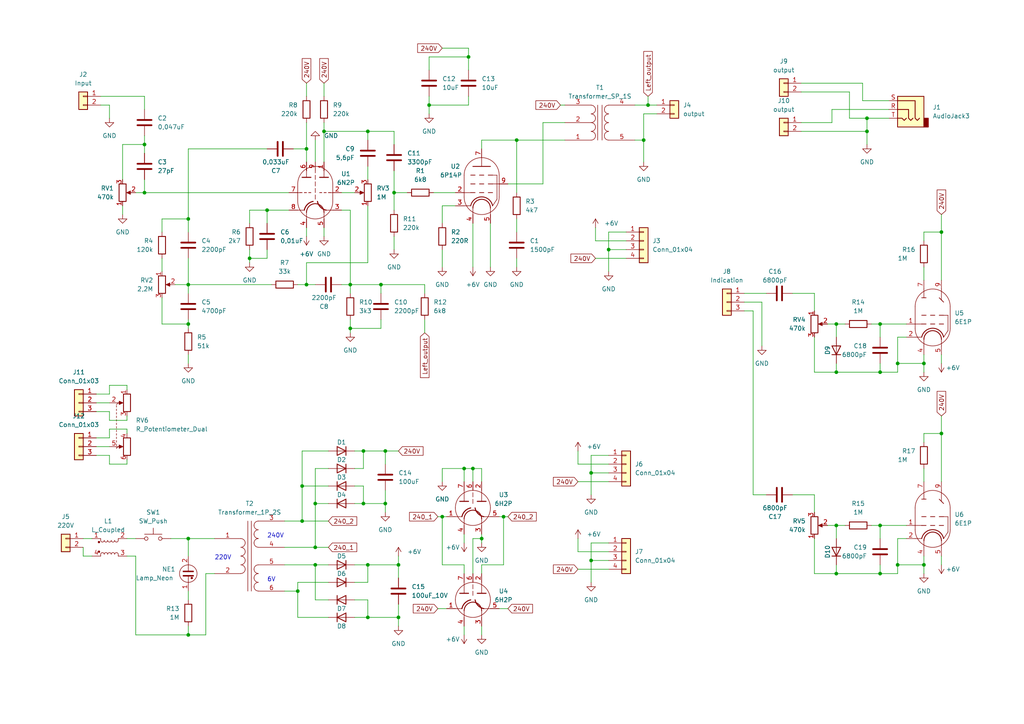
<source format=kicad_sch>
(kicad_sch (version 20211123) (generator eeschema)
  (paper "A4")
  (lib_symbols
    (symbol "6H2P_1" (pin_names (offset 0))
      (property "Reference" "U3" (at 8.89 1.0414 0))
      (property "Value" "6H2P_1" (at 8.89 -1.4986 0))
      (symbol "6H2P_1_1_1"
        (pin input line (at -7.62 -2.54 0) (length 2.54) (name "") (number "1"))
        (pin output line (at 2.54 7.62 270) (length 2.54) (name "") (number "2"))
        (pin input line (at 2.54 -7.62 90) (length 2.54) (name "") (number "3"))
        (pin input line (at -2.54 -7.62 90) (length 2.54) (name "") (number "4"))
        (pin input line (at 7.62 -2.54 180) (length 2.54) (name "") (number "5"))
        (pin input line (at 0 7.62 270) (length 2.54) (name "") (number "6"))
        (pin output line (at -2.54 7.62 270) (length 2.54) (name "") (number "7"))
      )
    )
    (symbol "Connector:AudioJack3"
      (property "Reference" "J" (at 0 8.89 0))
      (property "Value" "AudioJack3" (at 0 6.35 0))
      (symbol "AudioJack3_1_1"
        (pin passive line (at 5.08 0 180) (length 2.54) (name "~") (number "R"))
        (pin passive line (at 5.08 2.54 180) (length 2.54) (name "~") (number "S"))
        (pin passive line (at 5.08 -2.54 180) (length 2.54) (name "~") (number "T"))
      )
    )
    (symbol "Connector_Generic:Conn_01x02" (pin_names (offset 1.016) hide)
      (property "Reference" "J" (at 0 2.54 0))
      (property "Value" "Conn_01x02" (at 0 -5.08 0))
      (symbol "Conn_01x02_1_1"
        (pin passive line (at -5.08 0 0) (length 3.81) (name "Pin_1") (number "1"))
        (pin passive line (at -5.08 -2.54 0) (length 3.81) (name "Pin_2") (number "2"))
      )
    )
    (symbol "Connector_Generic:Conn_01x03" (pin_names (offset 1.016) hide)
      (property "Reference" "J" (at 0 5.08 0))
      (property "Value" "Conn_01x03" (at 0 -5.08 0))
      (symbol "Conn_01x03_1_1"
        (pin passive line (at -5.08 2.54 0) (length 3.81) (name "Pin_1") (number "1"))
        (pin passive line (at -5.08 0 0) (length 3.81) (name "Pin_2") (number "2"))
        (pin passive line (at -5.08 -2.54 0) (length 3.81) (name "Pin_3") (number "3"))
      )
    )
    (symbol "Connector_Generic:Conn_01x04" (pin_names (offset 1.016) hide)
      (property "Reference" "J" (at 0 5.08 0))
      (property "Value" "Conn_01x04" (at 0 -7.62 0))
      (symbol "Conn_01x04_1_1"
        (pin passive line (at -5.08 2.54 0) (length 3.81) (name "Pin_1") (number "1"))
        (pin passive line (at -5.08 0 0) (length 3.81) (name "Pin_2") (number "2"))
        (pin passive line (at -5.08 -2.54 0) (length 3.81) (name "Pin_3") (number "3"))
        (pin passive line (at -5.08 -5.08 0) (length 3.81) (name "Pin_4") (number "4"))
      )
    )
    (symbol "Device:C" (pin_numbers hide) (pin_names (offset 0.254))
      (property "Reference" "C" (at 0.635 2.54 0))
      (property "Value" "C" (at 0.635 -2.54 0))
      (symbol "C_1_1"
        (pin passive line (at 0 3.81 270) (length 2.794) (name "~") (number "1"))
        (pin passive line (at 0 -3.81 90) (length 2.794) (name "~") (number "2"))
      )
    )
    (symbol "Device:D" (pin_numbers hide) (pin_names (offset 1.016) hide)
      (property "Reference" "D" (at 0 2.54 0))
      (property "Value" "D" (at 0 -2.54 0))
      (symbol "D_1_1"
        (pin passive line (at -3.81 0 0) (length 2.54) (name "K") (number "1"))
        (pin passive line (at 3.81 0 180) (length 2.54) (name "A") (number "2"))
      )
    )
    (symbol "Device:Lamp_Neon" (pin_names (offset 0.0254) hide)
      (property "Reference" "NE" (at 0.635 3.81 0))
      (property "Value" "Lamp_Neon" (at 0.635 -3.81 0))
      (symbol "Lamp_Neon_1_1"
        (pin passive line (at 0 -5.08 90) (length 2.54) (name "~") (number "1"))
        (pin passive line (at 0 5.08 270) (length 2.54) (name "~") (number "2"))
      )
    )
    (symbol "Device:R" (pin_numbers hide) (pin_names (offset 0))
      (property "Reference" "R" (at 2.032 0 90))
      (property "Value" "R" (at 0 0 90))
      (symbol "R_1_1"
        (pin passive line (at 0 3.81 270) (length 1.27) (name "~") (number "1"))
        (pin passive line (at 0 -3.81 90) (length 1.27) (name "~") (number "2"))
      )
    )
    (symbol "Device:R_Potentiometer" (pin_names (offset 1.016) hide)
      (property "Reference" "RV" (at -4.445 0 90))
      (property "Value" "R_Potentiometer" (at -2.54 0 90))
      (symbol "R_Potentiometer_1_1"
        (pin passive line (at 0 3.81 270) (length 1.27) (name "1") (number "1"))
        (pin passive line (at 3.81 0 180) (length 1.27) (name "2") (number "2"))
        (pin passive line (at 0 -3.81 90) (length 1.27) (name "3") (number "3"))
      )
    )
    (symbol "Device:R_Potentiometer_Dual" (pin_names (offset 1.016) hide)
      (property "Reference" "RV" (at 0 3.81 0))
      (property "Value" "R_Potentiometer_Dual" (at 0 1.905 0))
      (symbol "R_Potentiometer_Dual_1_1"
        (pin passive line (at -10.16 -2.54 0) (length 1.27) (name "1") (number "1"))
        (pin passive line (at -6.35 2.54 270) (length 2.54) (name "2") (number "2"))
        (pin passive line (at -2.54 -2.54 180) (length 1.27) (name "3") (number "3"))
        (pin passive line (at 2.54 -2.54 0) (length 1.27) (name "4") (number "4"))
        (pin passive line (at 6.35 2.54 270) (length 2.54) (name "5") (number "5"))
        (pin passive line (at 10.16 -2.54 180) (length 1.27) (name "6") (number "6"))
      )
    )
    (symbol "Device:Transformer_1P_2S" (pin_names (offset 1.016) hide)
      (property "Reference" "T" (at 0 12.7 0))
      (property "Value" "Transformer_1P_2S" (at 0 -12.7 0))
      (symbol "Transformer_1P_2S_1_1"
        (pin passive line (at -10.16 5.08 0) (length 7.62) (name "AA") (number "1"))
        (pin passive line (at -10.16 -5.08 0) (length 7.62) (name "AB") (number "2"))
        (pin passive line (at 10.16 10.16 180) (length 7.62) (name "SA") (number "3"))
        (pin passive line (at 10.16 2.54 180) (length 7.62) (name "SB") (number "4"))
        (pin passive line (at 10.16 -2.54 180) (length 7.62) (name "SC") (number "5"))
        (pin passive line (at 10.16 -10.16 180) (length 7.62) (name "SD") (number "6"))
      )
    )
    (symbol "Device:Transformer_SP_1S" (pin_names (offset 1.016) hide)
      (property "Reference" "T" (at 0 6.35 0))
      (property "Value" "Transformer_SP_1S" (at 0 -7.62 0))
      (symbol "Transformer_SP_1S_1_1"
        (pin passive line (at -10.16 5.08 0) (length 7.62) (name "PR1") (number "1"))
        (pin passive line (at -10.16 0 0) (length 7.62) (name "PM") (number "2"))
        (pin passive line (at -10.16 -5.08 0) (length 7.62) (name "PR2") (number "3"))
        (pin passive line (at 10.16 -5.08 180) (length 7.62) (name "S1") (number "4"))
        (pin passive line (at 10.16 5.08 180) (length 7.62) (name "S2") (number "5"))
      )
    )
    (symbol "Switch:SW_Push" (pin_numbers hide) (pin_names (offset 1.016) hide)
      (property "Reference" "SW" (at 1.27 2.54 0))
      (property "Value" "SW_Push" (at 0 -1.524 0))
      (symbol "SW_Push_0_1"
        (pin passive line (at -5.08 0 0) (length 2.54) (name "1") (number "1"))
        (pin passive line (at 5.08 0 180) (length 2.54) (name "2") (number "2"))
      )
    )
    (symbol "power:+6V" (power) (pin_names (offset 0))
      (property "Value" "+6V" (at 0 3.556 0))
      (symbol "+6V_1_1"
        (pin power_in line (at 0 0 90) (length 0) hide (name "+6V") (number "1"))
      )
    )
    (symbol "power:GND" (power) (pin_names (offset 0))
      (property "Value" "GND" (at 0 -3.81 0))
      (symbol "GND_1_1"
        (pin power_in line (at 0 0 270) (length 0) hide (name "GND") (number "1"))
      )
    )
    (symbol "spdf1626:6E1P" (pin_names (offset 0))
      (property "Reference" "U?" (at 6.35 1.9051 0))
      (property "Value" "6E1P" (at 6.35 -0.6349 0))
      (symbol "6E1P_1_1"
        (pin input line (at -7.62 -1.27 0) (length 2.54) (name "") (number "1"))
        (pin input line (at -7.62 -5.08 0) (length 2.54) (name "") (number "2"))
        (pin input line (at -2.54 -10.16 90) (length 2.54) (name "") (number "4"))
        (pin input line (at 2.54 -10.16 90) (length 2.54) (name "") (number "5"))
        (pin output line (at -2.54 11.43 270) (length 2.54) (name "") (number "7"))
        (pin output line (at 2.54 11.43 270) (length 2.54) (name "") (number "9"))
      )
    )
    (symbol "spdf1626:6N2P" (pin_names (offset 0))
      (property "Reference" "U1" (at 8.89 5.4612 0))
      (property "Value" "6N2P" (at 8.89 2.9212 0))
      (symbol "6N2P_1_1"
        (pin output line (at 2.54 8.89 270) (length 2.54) (name "") (number "1"))
        (pin input line (at 7.62 0 180) (length 2.54) (name "") (number "2"))
        (pin input line (at 7.62 -5.08 180) (length 2.54) (name "") (number "3"))
        (pin input line (at -2.54 -10.16 90) (length 2.54) (name "") (number "4"))
        (pin input line (at 2.54 -10.16 90) (length 2.54) (name "") (number "5"))
        (pin output line (at -2.54 8.89 270) (length 2.54) (name "") (number "6"))
        (pin input line (at -7.62 0 0) (length 2.54) (name "") (number "7"))
        (pin input line (at -7.62 -5.08 0) (length 2.54) (name "") (number "8"))
        (pin input line (at 0 8.89 270) (length 2.54) (name "") (number "9"))
      )
    )
    (symbol "spdf1626:6P14P" (pin_names (offset 0))
      (property "Reference" "U?" (at 8.89 4.8514 0))
      (property "Value" "6P14P" (at 8.89 2.3114 0))
      (symbol "6P14P_1_1"
        (pin input line (at -7.62 -1.27 0) (length 2.54) (name "") (number "2"))
        (pin input line (at -7.62 -5.08 0) (length 2.54) (name "") (number "3"))
        (pin input line (at -2.54 -10.16 90) (length 2.54) (name "") (number "4"))
        (pin input line (at 2.54 -10.16 90) (length 2.54) (name "") (number "5"))
        (pin output line (at 0 11.43 270) (length 2.54) (name "") (number "7"))
        (pin input line (at 7.62 1.27 180) (length 2.54) (name "") (number "9"))
      )
    )
    (symbol "spdf1626:L_Coupled" (pin_names (offset 0.254) hide)
      (property "Reference" "L1" (at -0.381 7.62 0))
      (property "Value" "L_Coupled" (at -0.381 5.08 0))
      (symbol "L_Coupled_1_1"
        (pin passive line (at -5.08 2.54 0) (length 2.54) (name "1") (number "1"))
        (pin passive line (at 5.08 2.54 180) (length 2.54) (name "2") (number "2"))
        (pin passive line (at 5.08 -2.54 180) (length 2.54) (name "3") (number "3"))
        (pin passive line (at -5.08 -2.54 0) (length 2.54) (name "4") (number "4"))
      )
    )
  )
  (junction (at 242.57 166.37))
  (junction (at 255.27 107.95))
  (junction (at 115.57 163.83))
  (junction (at 88.9 43.18))
  (junction (at 260.35 105.41))
  (junction (at 91.44 146.05))
  (junction (at 114.3 55.88))
  (junction (at 267.97 163.83))
  (junction (at 54.61 82.55))
  (junction (at 41.91 55.88))
  (junction (at 54.61 93.98))
  (junction (at 135.89 16.51))
  (junction (at 87.63 151.13))
  (junction (at 187.96 30.48))
  (junction (at 242.57 93.98))
  (junction (at 110.49 82.55))
  (junction (at 54.61 184.15))
  (junction (at 91.44 163.83))
  (junction (at 242.57 107.95))
  (junction (at 54.61 156.21))
  (junction (at 267.97 105.41))
  (junction (at 255.27 152.4))
  (junction (at 93.98 38.1))
  (junction (at 106.68 179.07))
  (junction (at 186.69 40.64))
  (junction (at 77.47 60.96))
  (junction (at 260.35 163.83))
  (junction (at 273.05 125.73))
  (junction (at 87.63 140.97))
  (junction (at 101.6 82.55))
  (junction (at 251.46 38.1))
  (junction (at 105.41 146.05))
  (junction (at 111.76 130.81))
  (junction (at 139.7 156.21))
  (junction (at 255.27 93.98))
  (junction (at 72.39 74.93))
  (junction (at 111.76 146.05))
  (junction (at 176.53 72.39))
  (junction (at 255.27 166.37))
  (junction (at 137.16 135.89))
  (junction (at 242.57 152.4))
  (junction (at 86.36 171.45))
  (junction (at 101.6 95.25))
  (junction (at 91.44 158.75))
  (junction (at 171.45 137.16))
  (junction (at 146.05 149.86))
  (junction (at 134.62 135.89))
  (junction (at 41.91 41.91))
  (junction (at 106.68 38.1))
  (junction (at 124.46 30.48))
  (junction (at 128.27 149.86))
  (junction (at 105.41 130.81))
  (junction (at 273.05 67.31))
  (junction (at 106.68 163.83))
  (junction (at 171.45 162.56))
  (junction (at 115.57 179.07))
  (junction (at 88.9 82.55))
  (junction (at 54.61 63.5))
  (junction (at 149.86 40.64))
  (junction (at 251.46 34.29))
  (wire (pts (xy 39.37 184.15) (xy 39.37 161.29)))
  (wire (pts (xy 114.3 60.96) (xy 114.3 55.88)))
  (wire (pts (xy 106.68 48.26) (xy 106.68 52.07)))
  (wire (pts (xy 54.61 156.21) (xy 62.23 156.21)))
  (wire (pts (xy 187.96 27.94) (xy 187.96 30.48)))
  (wire (pts (xy 267.97 105.41) (xy 260.35 105.41)))
  (wire (pts (xy 29.21 30.48) (xy 31.75 30.48)))
  (wire (pts (xy 147.32 53.34) (xy 157.48 53.34)))
  (wire (pts (xy 176.53 72.39) (xy 181.61 72.39)))
  (wire (pts (xy 134.62 154.94) (xy 134.62 157.48)))
  (wire (pts (xy 46.99 74.93) (xy 46.99 78.74)))
  (wire (pts (xy 86.36 82.55) (xy 88.9 82.55)))
  (wire (pts (xy 88.9 66.04) (xy 88.9 68.58)))
  (wire (pts (xy 36.83 134.62) (xy 36.83 133.35)))
  (wire (pts (xy 54.61 43.18) (xy 77.47 43.18)))
  (wire (pts (xy 31.75 114.3) (xy 31.75 111.76)))
  (wire (pts (xy 128.27 139.7) (xy 128.27 135.89)))
  (wire (pts (xy 91.44 146.05) (xy 95.25 146.05)))
  (wire (pts (xy 257.81 34.29) (xy 251.46 34.29)))
  (wire (pts (xy 31.75 30.48) (xy 31.75 34.29)))
  (wire (pts (xy 171.45 143.51) (xy 171.45 137.16)))
  (wire (pts (xy 139.7 156.21) (xy 139.7 157.48)))
  (wire (pts (xy 167.64 139.7) (xy 176.53 139.7)))
  (wire (pts (xy 218.44 90.17) (xy 218.44 143.51)))
  (wire (pts (xy 171.45 137.16) (xy 171.45 132.08)))
  (wire (pts (xy 171.45 168.91) (xy 171.45 162.56)))
  (wire (pts (xy 95.25 135.89) (xy 91.44 135.89)))
  (wire (pts (xy 115.57 163.83) (xy 115.57 167.64)))
  (wire (pts (xy 215.9 87.63) (xy 220.98 87.63)))
  (wire (pts (xy 101.6 95.25) (xy 110.49 95.25)))
  (wire (pts (xy 236.22 143.51) (xy 229.87 143.51)))
  (wire (pts (xy 257.81 29.21) (xy 250.19 29.21)))
  (wire (pts (xy 101.6 82.55) (xy 101.6 60.96)))
  (wire (pts (xy 157.48 35.56) (xy 157.48 53.34)))
  (wire (pts (xy 273.05 125.73) (xy 273.05 120.65)))
  (wire (pts (xy 176.53 160.02) (xy 167.64 160.02)))
  (wire (pts (xy 46.99 63.5) (xy 54.61 63.5)))
  (wire (pts (xy 149.86 40.64) (xy 139.7 40.64)))
  (wire (pts (xy 144.78 176.53) (xy 147.32 176.53)))
  (wire (pts (xy 267.97 102.87) (xy 267.97 105.41)))
  (wire (pts (xy 144.78 149.86) (xy 146.05 149.86)))
  (wire (pts (xy 46.99 67.31) (xy 46.99 63.5)))
  (wire (pts (xy 242.57 152.4) (xy 242.57 156.21)))
  (wire (pts (xy 171.45 132.08) (xy 176.53 132.08)))
  (wire (pts (xy 267.97 163.83) (xy 267.97 166.37)))
  (wire (pts (xy 251.46 38.1) (xy 251.46 41.91)))
  (wire (pts (xy 246.38 26.67) (xy 246.38 34.29)))
  (wire (pts (xy 41.91 55.88) (xy 83.82 55.88)))
  (wire (pts (xy 83.82 60.96) (xy 77.47 60.96)))
  (wire (pts (xy 91.44 135.89) (xy 91.44 146.05)))
  (wire (pts (xy 242.57 93.98) (xy 245.11 93.98)))
  (wire (pts (xy 241.3 35.56) (xy 241.3 31.75)))
  (wire (pts (xy 236.22 85.09) (xy 229.87 85.09)))
  (wire (pts (xy 78.74 82.55) (xy 54.61 82.55)))
  (wire (pts (xy 59.69 184.15) (xy 54.61 184.15)))
  (wire (pts (xy 87.63 140.97) (xy 87.63 151.13)))
  (wire (pts (xy 27.94 127) (xy 31.75 127)))
  (wire (pts (xy 35.56 52.07) (xy 35.56 41.91)))
  (wire (pts (xy 139.7 135.89) (xy 137.16 135.89)))
  (wire (pts (xy 273.05 67.31) (xy 273.05 62.23)))
  (wire (pts (xy 41.91 55.88) (xy 39.37 55.88)))
  (wire (pts (xy 236.22 156.21) (xy 236.22 166.37)))
  (wire (pts (xy 106.68 179.07) (xy 115.57 179.07)))
  (wire (pts (xy 124.46 20.32) (xy 124.46 16.51)))
  (wire (pts (xy 72.39 72.39) (xy 72.39 74.93)))
  (wire (pts (xy 88.9 35.56) (xy 88.9 43.18)))
  (wire (pts (xy 114.3 55.88) (xy 118.11 55.88)))
  (wire (pts (xy 54.61 102.87) (xy 54.61 105.41)))
  (wire (pts (xy 105.41 140.97) (xy 105.41 146.05)))
  (wire (pts (xy 252.73 152.4) (xy 255.27 152.4)))
  (wire (pts (xy 114.3 68.58) (xy 114.3 72.39)))
  (wire (pts (xy 77.47 60.96) (xy 72.39 60.96)))
  (wire (pts (xy 267.97 105.41) (xy 267.97 107.95)))
  (wire (pts (xy 87.63 130.81) (xy 95.25 130.81)))
  (wire (pts (xy 255.27 163.83) (xy 255.27 166.37)))
  (wire (pts (xy 218.44 143.51) (xy 222.25 143.51)))
  (wire (pts (xy 39.37 161.29) (xy 36.83 161.29)))
  (wire (pts (xy 240.03 152.4) (xy 242.57 152.4)))
  (wire (pts (xy 85.09 43.18) (xy 88.9 43.18)))
  (wire (pts (xy 54.61 184.15) (xy 39.37 184.15)))
  (wire (pts (xy 95.25 140.97) (xy 87.63 140.97)))
  (wire (pts (xy 255.27 107.95) (xy 260.35 107.95)))
  (wire (pts (xy 86.36 168.91) (xy 95.25 168.91)))
  (wire (pts (xy 110.49 85.09) (xy 110.49 82.55)))
  (wire (pts (xy 139.7 40.64) (xy 139.7 43.18)))
  (wire (pts (xy 135.89 30.48) (xy 124.46 30.48)))
  (wire (pts (xy 93.98 24.13) (xy 93.98 27.94)))
  (wire (pts (xy 50.8 82.55) (xy 54.61 82.55)))
  (wire (pts (xy 88.9 43.18) (xy 88.9 46.99)))
  (wire (pts (xy 128.27 64.77) (xy 128.27 59.69)))
  (wire (pts (xy 106.68 163.83) (xy 102.87 163.83)))
  (wire (pts (xy 114.3 49.53) (xy 114.3 55.88)))
  (wire (pts (xy 137.16 64.77) (xy 137.16 77.47)))
  (wire (pts (xy 172.72 69.85) (xy 172.72 66.04)))
  (wire (pts (xy 236.22 97.79) (xy 236.22 107.95)))
  (wire (pts (xy 250.19 24.13) (xy 232.41 24.13)))
  (wire (pts (xy 128.27 13.97) (xy 135.89 13.97)))
  (wire (pts (xy 91.44 163.83) (xy 82.55 163.83)))
  (wire (pts (xy 135.89 13.97) (xy 135.89 16.51)))
  (wire (pts (xy 35.56 59.69) (xy 35.56 62.23)))
  (wire (pts (xy 167.64 165.1) (xy 176.53 165.1)))
  (wire (pts (xy 77.47 74.93) (xy 77.47 72.39)))
  (wire (pts (xy 232.41 38.1) (xy 251.46 38.1)))
  (wire (pts (xy 99.06 82.55) (xy 101.6 82.55)))
  (wire (pts (xy 149.86 55.88) (xy 149.86 40.64)))
  (wire (pts (xy 27.94 132.08) (xy 31.75 132.08)))
  (wire (pts (xy 102.87 135.89) (xy 105.41 135.89)))
  (wire (pts (xy 267.97 128.27) (xy 267.97 125.73)))
  (wire (pts (xy 24.13 161.29) (xy 26.67 161.29)))
  (wire (pts (xy 41.91 52.07) (xy 41.91 55.88)))
  (wire (pts (xy 273.05 67.31) (xy 273.05 81.28)))
  (wire (pts (xy 236.22 90.17) (xy 236.22 85.09)))
  (wire (pts (xy 27.94 116.84) (xy 31.75 116.84)))
  (wire (pts (xy 105.41 146.05) (xy 111.76 146.05)))
  (wire (pts (xy 250.19 29.21) (xy 250.19 24.13)))
  (wire (pts (xy 72.39 74.93) (xy 77.47 74.93)))
  (wire (pts (xy 186.69 33.02) (xy 190.5 33.02)))
  (wire (pts (xy 176.53 134.62) (xy 167.64 134.62)))
  (wire (pts (xy 176.53 67.31) (xy 181.61 67.31)))
  (wire (pts (xy 236.22 166.37) (xy 242.57 166.37)))
  (wire (pts (xy 86.36 179.07) (xy 95.25 179.07)))
  (wire (pts (xy 267.97 125.73) (xy 273.05 125.73)))
  (wire (pts (xy 128.27 72.39) (xy 128.27 77.47)))
  (wire (pts (xy 242.57 93.98) (xy 242.57 97.79)))
  (wire (pts (xy 54.61 156.21) (xy 54.61 161.29)))
  (wire (pts (xy 260.35 107.95) (xy 260.35 105.41)))
  (wire (pts (xy 260.35 166.37) (xy 260.35 163.83)))
  (wire (pts (xy 115.57 175.26) (xy 115.57 179.07)))
  (wire (pts (xy 149.86 63.5) (xy 149.86 67.31)))
  (wire (pts (xy 176.53 72.39) (xy 176.53 67.31)))
  (wire (pts (xy 215.9 90.17) (xy 218.44 90.17)))
  (wire (pts (xy 31.75 127) (xy 31.75 124.46)))
  (wire (pts (xy 134.62 166.37) (xy 134.62 163.83)))
  (wire (pts (xy 31.75 119.38) (xy 27.94 119.38)))
  (wire (pts (xy 91.44 146.05) (xy 91.44 158.75)))
  (wire (pts (xy 31.75 121.92) (xy 31.75 119.38)))
  (wire (pts (xy 36.83 120.65) (xy 36.83 121.92)))
  (wire (pts (xy 260.35 105.41) (xy 260.35 97.79)))
  (wire (pts (xy 135.89 27.94) (xy 135.89 30.48)))
  (wire (pts (xy 36.83 124.46) (xy 36.83 125.73)))
  (wire (pts (xy 87.63 140.97) (xy 87.63 130.81)))
  (wire (pts (xy 106.68 38.1) (xy 114.3 38.1)))
  (wire (pts (xy 54.61 63.5) (xy 54.61 43.18)))
  (wire (pts (xy 267.97 135.89) (xy 267.97 139.7)))
  (wire (pts (xy 236.22 107.95) (xy 242.57 107.95)))
  (wire (pts (xy 124.46 27.94) (xy 124.46 30.48)))
  (wire (pts (xy 54.61 74.93) (xy 54.61 82.55)))
  (wire (pts (xy 106.68 173.99) (xy 106.68 179.07)))
  (wire (pts (xy 134.62 163.83) (xy 128.27 163.83)))
  (wire (pts (xy 135.89 16.51) (xy 135.89 20.32)))
  (wire (pts (xy 105.41 130.81) (xy 102.87 130.81)))
  (wire (pts (xy 273.05 125.73) (xy 273.05 139.7)))
  (wire (pts (xy 128.27 59.69) (xy 132.08 59.69)))
  (wire (pts (xy 31.75 124.46) (xy 36.83 124.46)))
  (wire (pts (xy 72.39 60.96) (xy 72.39 64.77)))
  (wire (pts (xy 146.05 149.86) (xy 146.05 163.83)))
  (wire (pts (xy 88.9 76.2) (xy 106.68 76.2)))
  (wire (pts (xy 187.96 30.48) (xy 190.5 30.48)))
  (wire (pts (xy 91.44 40.64) (xy 91.44 46.99)))
  (wire (pts (xy 149.86 40.64) (xy 163.83 40.64)))
  (wire (pts (xy 54.61 92.71) (xy 54.61 93.98)))
  (wire (pts (xy 35.56 41.91) (xy 41.91 41.91)))
  (wire (pts (xy 260.35 156.21) (xy 262.89 156.21)))
  (wire (pts (xy 236.22 148.59) (xy 236.22 143.51)))
  (wire (pts (xy 101.6 92.71) (xy 101.6 95.25)))
  (wire (pts (xy 106.68 168.91) (xy 106.68 163.83)))
  (wire (pts (xy 171.45 162.56) (xy 176.53 162.56)))
  (wire (pts (xy 146.05 149.86) (xy 147.32 149.86)))
  (wire (pts (xy 99.06 55.88) (xy 102.87 55.88)))
  (wire (pts (xy 59.69 166.37) (xy 59.69 184.15)))
  (wire (pts (xy 137.16 166.37) (xy 137.16 156.21)))
  (wire (pts (xy 171.45 157.48) (xy 176.53 157.48)))
  (wire (pts (xy 134.62 135.89) (xy 134.62 139.7)))
  (wire (pts (xy 88.9 24.13) (xy 88.9 27.94)))
  (wire (pts (xy 93.98 38.1) (xy 106.68 38.1)))
  (wire (pts (xy 87.63 151.13) (xy 95.25 151.13)))
  (wire (pts (xy 251.46 34.29) (xy 251.46 38.1)))
  (wire (pts (xy 186.69 40.64) (xy 186.69 46.99)))
  (wire (pts (xy 93.98 46.99) (xy 93.98 38.1)))
  (wire (pts (xy 172.72 74.93) (xy 181.61 74.93)))
  (wire (pts (xy 88.9 82.55) (xy 91.44 82.55)))
  (wire (pts (xy 111.76 146.05) (xy 111.76 148.59)))
  (wire (pts (xy 77.47 60.96) (xy 77.47 64.77)))
  (wire (pts (xy 115.57 161.29) (xy 115.57 163.83)))
  (wire (pts (xy 54.61 93.98) (xy 54.61 95.25)))
  (wire (pts (xy 111.76 130.81) (xy 115.57 130.81)))
  (wire (pts (xy 267.97 163.83) (xy 260.35 163.83)))
  (wire (pts (xy 232.41 35.56) (xy 241.3 35.56)))
  (wire (pts (xy 41.91 27.94) (xy 41.91 31.75)))
  (wire (pts (xy 171.45 162.56) (xy 171.45 157.48)))
  (wire (pts (xy 49.53 156.21) (xy 54.61 156.21)))
  (wire (pts (xy 137.16 156.21) (xy 139.7 156.21)))
  (wire (pts (xy 54.61 181.61) (xy 54.61 184.15)))
  (wire (pts (xy 232.41 26.67) (xy 246.38 26.67)))
  (wire (pts (xy 171.45 137.16) (xy 176.53 137.16)))
  (wire (pts (xy 111.76 142.24) (xy 111.76 146.05)))
  (wire (pts (xy 167.64 160.02) (xy 167.64 156.21)))
  (wire (pts (xy 220.98 87.63) (xy 220.98 100.33)))
  (wire (pts (xy 72.39 74.93) (xy 72.39 76.2)))
  (wire (pts (xy 31.75 134.62) (xy 36.83 134.62)))
  (wire (pts (xy 105.41 135.89) (xy 105.41 130.81)))
  (wire (pts (xy 255.27 105.41) (xy 255.27 107.95)))
  (wire (pts (xy 125.73 55.88) (xy 132.08 55.88)))
  (wire (pts (xy 260.35 163.83) (xy 260.35 156.21)))
  (wire (pts (xy 146.05 163.83) (xy 139.7 163.83)))
  (wire (pts (xy 102.87 173.99) (xy 106.68 173.99)))
  (wire (pts (xy 137.16 135.89) (xy 137.16 139.7)))
  (wire (pts (xy 82.55 151.13) (xy 87.63 151.13)))
  (wire (pts (xy 36.83 111.76) (xy 36.83 113.03)))
  (wire (pts (xy 31.75 111.76) (xy 36.83 111.76)))
  (wire (pts (xy 267.97 161.29) (xy 267.97 163.83)))
  (wire (pts (xy 62.23 166.37) (xy 59.69 166.37)))
  (wire (pts (xy 27.94 129.54) (xy 31.75 129.54)))
  (wire (pts (xy 101.6 95.25) (xy 101.6 96.52)))
  (wire (pts (xy 36.83 156.21) (xy 39.37 156.21)))
  (wire (pts (xy 106.68 179.07) (xy 102.87 179.07)))
  (wire (pts (xy 114.3 38.1) (xy 114.3 41.91)))
  (wire (pts (xy 255.27 152.4) (xy 255.27 156.21)))
  (wire (pts (xy 31.75 132.08) (xy 31.75 134.62)))
  (wire (pts (xy 41.91 41.91) (xy 41.91 44.45)))
  (wire (pts (xy 255.27 93.98) (xy 255.27 97.79)))
  (wire (pts (xy 139.7 163.83) (xy 139.7 166.37)))
  (wire (pts (xy 128.27 149.86) (xy 129.54 149.86)))
  (wire (pts (xy 41.91 41.91) (xy 41.91 39.37)))
  (wire (pts (xy 186.69 40.64) (xy 186.69 33.02)))
  (wire (pts (xy 184.15 40.64) (xy 186.69 40.64)))
  (wire (pts (xy 139.7 181.61) (xy 139.7 184.15)))
  (wire (pts (xy 54.61 82.55) (xy 54.61 85.09)))
  (wire (pts (xy 215.9 85.09) (xy 222.25 85.09)))
  (wire (pts (xy 255.27 93.98) (xy 262.89 93.98)))
  (wire (pts (xy 95.25 173.99) (xy 91.44 173.99)))
  (wire (pts (xy 124.46 16.51) (xy 135.89 16.51)))
  (wire (pts (xy 242.57 152.4) (xy 245.11 152.4)))
  (wire (pts (xy 167.64 134.62) (xy 167.64 130.81)))
  (wire (pts (xy 101.6 85.09) (xy 101.6 82.55)))
  (wire (pts (xy 86.36 171.45) (xy 86.36 179.07)))
  (wire (pts (xy 273.05 161.29) (xy 273.05 163.83)))
  (wire (pts (xy 181.61 69.85) (xy 172.72 69.85)))
  (wire (pts (xy 137.16 135.89) (xy 134.62 135.89)))
  (wire (pts (xy 46.99 93.98) (xy 54.61 93.98)))
  (wire (pts (xy 93.98 66.04) (xy 93.98 68.58)))
  (wire (pts (xy 246.38 34.29) (xy 251.46 34.29)))
  (wire (pts (xy 110.49 95.25) (xy 110.49 92.71)))
  (wire (pts (xy 267.97 77.47) (xy 267.97 81.28)))
  (wire (pts (xy 111.76 130.81) (xy 111.76 134.62)))
  (wire (pts (xy 184.15 30.48) (xy 187.96 30.48)))
  (wire (pts (xy 54.61 63.5) (xy 54.61 67.31)))
  (wire (pts (xy 134.62 181.61) (xy 134.62 184.15)))
  (wire (pts (xy 267.97 67.31) (xy 273.05 67.31)))
  (wire (pts (xy 124.46 30.48) (xy 124.46 33.02)))
  (wire (pts (xy 242.57 107.95) (xy 255.27 107.95)))
  (wire (pts (xy 102.87 168.91) (xy 106.68 168.91)))
  (wire (pts (xy 267.97 69.85) (xy 267.97 67.31)))
  (wire (pts (xy 242.57 105.41) (xy 242.57 107.95)))
  (wire (pts (xy 27.94 114.3) (xy 31.75 114.3)))
  (wire (pts (xy 106.68 76.2) (xy 106.68 59.69)))
  (wire (pts (xy 29.21 27.94) (xy 41.91 27.94)))
  (wire (pts (xy 82.55 171.45) (xy 86.36 171.45)))
  (wire (pts (xy 24.13 161.29) (xy 24.13 158.75)))
  (wire (pts (xy 82.55 158.75) (xy 91.44 158.75)))
  (wire (pts (xy 86.36 171.45) (xy 86.36 168.91)))
  (wire (pts (xy 93.98 35.56) (xy 93.98 38.1)))
  (wire (pts (xy 241.3 31.75) (xy 257.81 31.75)))
  (wire (pts (xy 242.57 163.83) (xy 242.57 166.37)))
  (wire (pts (xy 255.27 152.4) (xy 262.89 152.4)))
  (wire (pts (xy 123.19 82.55) (xy 110.49 82.55)))
  (wire (pts (xy 142.24 64.77) (xy 142.24 77.47)))
  (wire (pts (xy 260.35 97.79) (xy 262.89 97.79)))
  (wire (pts (xy 255.27 166.37) (xy 260.35 166.37)))
  (wire (pts (xy 127 149.86) (xy 128.27 149.86)))
  (wire (pts (xy 106.68 38.1) (xy 106.68 40.64)))
  (wire (pts (xy 36.83 121.92) (xy 31.75 121.92)))
  (wire (pts (xy 46.99 86.36) (xy 46.99 93.98)))
  (wire (pts (xy 128.27 163.83) (xy 128.27 149.86)))
  (wire (pts (xy 101.6 60.96) (xy 99.06 60.96)))
  (wire (pts (xy 123.19 85.09) (xy 123.19 82.55)))
  (wire (pts (xy 91.44 163.83) (xy 95.25 163.83)))
  (wire (pts (xy 115.57 179.07) (xy 115.57 181.61)))
  (wire (pts (xy 176.53 78.74) (xy 176.53 72.39)))
  (wire (pts (xy 105.41 146.05) (xy 102.87 146.05)))
  (wire (pts (xy 242.57 166.37) (xy 255.27 166.37)))
  (wire (pts (xy 240.03 93.98) (xy 242.57 93.98)))
  (wire (pts (xy 162.56 30.48) (xy 163.83 30.48)))
  (wire (pts (xy 88.9 82.55) (xy 88.9 76.2)))
  (wire (pts (xy 110.49 82.55) (xy 101.6 82.55)))
  (wire (pts (xy 252.73 93.98) (xy 255.27 93.98)))
  (wire (pts (xy 139.7 139.7) (xy 139.7 135.89)))
  (wire (pts (xy 54.61 171.45) (xy 54.61 173.99)))
  (wire (pts (xy 157.48 35.56) (xy 163.83 35.56)))
  (wire (pts (xy 24.13 156.21) (xy 26.67 156.21)))
  (wire (pts (xy 91.44 158.75) (xy 95.25 158.75)))
  (wire (pts (xy 128.27 135.89) (xy 134.62 135.89)))
  (wire (pts (xy 123.19 92.71) (xy 123.19 96.52)))
  (wire (pts (xy 127 176.53) (xy 129.54 176.53)))
  (wire (pts (xy 102.87 140.97) (xy 105.41 140.97)))
  (wire (pts (xy 91.44 173.99) (xy 91.44 163.83)))
  (wire (pts (xy 106.68 163.83) (xy 115.57 163.83)))
  (wire (pts (xy 273.05 102.87) (xy 273.05 105.41)))
  (wire (pts (xy 149.86 74.93) (xy 149.86 77.47)))
  (wire (pts (xy 105.41 130.81) (xy 111.76 130.81)))
  (wire (pts (xy 139.7 154.94) (xy 139.7 156.21)))
  (text "240V" (at 77.47 156.21 0) (effects (font (size 1.27 1.27)) (justify left bottom)))
  (text "6V" (at 77.47 168.91 0) (effects (font (size 1.27 1.27)) (justify left bottom)))
  (text "220V" (at 62.23 162.56 0) (effects (font (size 1.27 1.27)) (justify left bottom)))
  (global_label "240V" (shape input) (at 147.32 176.53 0) (property "Обозначения листов" "${INTERSHEET_REFS}" (effects hide)))
  (global_label "240V" (shape input) (at 128.27 13.97 180) (property "Обозначения листов" "${INTERSHEET_REFS}" (effects hide)))
  (global_label "240V" (shape input) (at 167.64 165.1 180) (property "Обозначения листов" "${INTERSHEET_REFS}" (effects hide)))
  (global_label "240_2" (shape input) (at 95.25 151.13 0) (property "Обозначения листов" "${INTERSHEET_REFS}" (effects hide)))
  (global_label "240_2" (shape input) (at 147.32 149.86 0) (property "Обозначения листов" "${INTERSHEET_REFS}" (effects hide)))
  (global_label "240V" (shape input) (at 115.57 130.81 0) (property "Обозначения листов" "${INTERSHEET_REFS}" (effects hide)))
  (global_label "240V" (shape input) (at 273.05 120.65 90) (property "Обозначения листов" "${INTERSHEET_REFS}" (effects hide)))
  (global_label "240V" (shape input) (at 88.9 24.13 90) (property "Обозначения листов" "${INTERSHEET_REFS}" (effects hide)))
  (global_label "240V" (shape input) (at 172.72 74.93 180) (property "Обозначения листов" "${INTERSHEET_REFS}" (effects hide)))
  (global_label "240V" (shape input) (at 167.64 139.7 180) (property "Обозначения листов" "${INTERSHEET_REFS}" (effects hide)))
  (global_label "240V" (shape input) (at 273.05 62.23 90) (property "Обозначения листов" "${INTERSHEET_REFS}" (effects hide)))
  (global_label "Left_output" (shape input) (at 123.19 96.52 270) (property "Обозначения листов" "${INTERSHEET_REFS}" (effects hide)))
  (global_label "240_1" (shape input) (at 127 149.86 180) (property "Обозначения листов" "${INTERSHEET_REFS}" (effects hide)))
  (global_label "240V" (shape input) (at 93.98 24.13 90) (property "Обозначения листов" "${INTERSHEET_REFS}" (effects hide)))
  (global_label "240_1" (shape input) (at 95.25 158.75 0) (property "Обозначения листов" "${INTERSHEET_REFS}" (effects hide)))
  (global_label "240V" (shape input) (at 162.56 30.48 180) (property "Обозначения листов" "${INTERSHEET_REFS}" (effects hide)))
  (global_label "Left_output" (shape input) (at 187.96 27.94 90) (property "Обозначения листов" "${INTERSHEET_REFS}" (effects hide)))
  (global_label "240V" (shape input) (at 127 176.53 180) (property "Обозначения листов" "${INTERSHEET_REFS}" (effects hide)))
  (symbol (lib_id "spdf1626:6E1P") (at 270.51 151.13 0) (unit 1)
    (property "Reference" "U6" (at 276.86 149.2249 0) (effects (justify left)))
    (property "Value" "6E1P" (at 276.86 151.7649 0) (effects (justify left)))
    (property "Footprint" "spdf1626_lib:9-pin_tube_socket" (effects hide))
  )
  (symbol (lib_id "Device:D") (at 99.06 179.07 0) (unit 1)
    (property "Reference" "D8" (at 99.06 181.61 0))
    (property "Value" "10A10" (effects hide))
    (property "Footprint" "Diode_THT:D_DO-27_P15.24mm_Horizontal" (effects hide))
  )
  (symbol (lib_id "power:GND") (at 128.27 139.7 0) (unit 1)
    (property "Reference" "#PWR018" (effects hide))
    (property "Value" "GND" (at 128.27 144.78 0))
  )
  (symbol (lib_id "power:+6V") (at 137.16 77.47 180) (unit 1)
    (property "Reference" "#PWR08" (effects hide))
    (property "Value" "+6V" (at 137.16 82.55 0))
  )
  (symbol (lib_id "power:GND") (at 220.98 100.33 0) (unit 1)
    (property "Reference" "#PWR027" (effects hide))
    (property "Value" "GND" (at 220.98 105.41 0))
  )
  (symbol (lib_id "power:GND") (at 128.27 77.47 0) (unit 1)
    (property "Reference" "#PWR0101" (effects hide))
    (property "Value" "GND" (at 128.27 82.55 0))
  )
  (symbol (lib_id "Device:C") (at 111.76 138.43 0) (unit 1)
    (property "Reference" "C14" (at 115.57 137.1599 0) (effects (justify left)))
    (property "Value" "100uF" (at 115.57 139.6999 0) (effects (justify left)))
    (property "Footprint" "Capacitor_THT:CP_Radial_D22.0mm_P10.00mm_SnapIn" (effects hide))
  )
  (symbol (lib_id "power:+6V") (at 134.62 184.15 0) (mirror x) (unit 1)
    (property "Reference" "#PWR020" (effects hide))
    (property "Value" "+6V" (at 133.35 185.42 0) (effects (justify right)))
  )
  (symbol (lib_id "Connector_Generic:Conn_01x02") (at 24.13 27.94 0) (mirror y) (unit 1)
    (property "Reference" "J2" (at 24.13 21.59 0))
    (property "Value" "Input" (at 24.13 24.13 0))
    (property "Footprint" "spdf1626_lib:PinHeader_1x02_P2.54mm" (effects hide))
  )
  (symbol (lib_id "power:GND") (at 72.39 76.2 0) (unit 1)
    (property "Reference" "#PWR03" (effects hide))
    (property "Value" "GND" (at 72.39 81.28 0))
  )
  (symbol (lib_name "6H2P_1") (lib_id "spdf1626:6H2P") (at 137.16 173.99 0) (unit 1)
    (property "Reference" "U4" (at 146.05 171.45 0))
    (property "Value" "6H2P" (at 146.05 173.99 0))
    (property "Footprint" "spdf1626_lib:7-pin_tube_socket" (effects hide))
  )
  (symbol (lib_id "Device:C") (at 81.28 43.18 90) (unit 1)
    (property "Reference" "C7" (at 80.01 49.53 90))
    (property "Value" "0,033uF" (at 80.01 46.99 90))
    (property "Footprint" "spdf1626_lib:C_THT_K73-17_P5.00mm" (effects hide))
  )
  (symbol (lib_id "power:GND") (at 176.53 78.74 0) (unit 1)
    (property "Reference" "#PWR012" (effects hide))
    (property "Value" "GND" (at 176.53 83.82 0))
  )
  (symbol (lib_id "Device:D") (at 242.57 160.02 90) (unit 1)
    (property "Reference" "D10" (at 240.03 160.02 0))
    (property "Value" "1n4007" (effects hide))
    (property "Footprint" "Diode_THT:D_DO-41_SOD81_P12.70mm_Horizontal" (effects hide))
  )
  (symbol (lib_id "Connector_Generic:Conn_01x04") (at 181.61 134.62 0) (unit 1)
    (property "Reference" "J6" (at 184.15 134.6199 0) (effects (justify left)))
    (property "Value" "Conn_01x04" (at 184.15 137.1599 0) (effects (justify left)))
    (property "Footprint" "spdf1626_lib:PinHeader_1x04_P2.54mm" (effects hide))
  )
  (symbol (lib_id "power:GND") (at 111.76 148.59 0) (unit 1)
    (property "Reference" "#PWR015" (effects hide))
    (property "Value" "GND" (at 111.76 153.67 0))
  )
  (symbol (lib_id "Device:C") (at 135.89 24.13 0) (unit 1)
    (property "Reference" "C13" (at 139.7 22.8599 0) (effects (justify left)))
    (property "Value" "10uF" (at 139.7 25.3999 0) (effects (justify left)))
    (property "Footprint" "spdf1626_lib:C_THT_D10.0mm_P5.00mm" (effects hide))
  )
  (symbol (lib_id "Device:D") (at 99.06 163.83 180) (unit 1)
    (property "Reference" "D5" (at 99.06 161.29 0))
    (property "Value" "10A10" (effects hide))
    (property "Footprint" "Diode_THT:D_DO-27_P15.24mm_Horizontal" (effects hide))
  )
  (symbol (lib_id "Connector_Generic:Conn_01x02") (at 19.05 156.21 0) (mirror y) (unit 1)
    (property "Reference" "J5" (at 19.05 149.86 0))
    (property "Value" "220V" (at 19.05 152.4 0))
    (property "Footprint" "Connector_Phoenix_MC_HighVoltage:PhoenixContact_MCV_1,5_2-G-5.08_1x02_P5.08mm_Vertical" (effects hide))
  )
  (symbol (lib_id "power:GND") (at 186.69 46.99 0) (unit 1)
    (property "Reference" "#PWR010" (effects hide))
    (property "Value" "GND" (at 186.69 52.07 0))
  )
  (symbol (lib_id "Device:D") (at 99.06 173.99 0) (unit 1)
    (property "Reference" "D7" (at 99.06 176.53 0))
    (property "Value" "10A10" (effects hide))
    (property "Footprint" "Diode_THT:D_DO-27_P15.24mm_Horizontal" (effects hide))
  )
  (symbol (lib_id "Device:R_Potentiometer") (at 35.56 55.88 0) (mirror x) (unit 1)
    (property "Reference" "RV1" (at 33.02 54.6099 0) (effects (justify right)))
    (property "Value" "470k" (at 33.02 57.1499 0) (effects (justify right)))
    (property "Footprint" "spdf1626_lib:PinHeader_1x03_P2.54mm" (effects hide))
  )
  (symbol (lib_id "Device:R") (at 123.19 88.9 180) (unit 1)
    (property "Reference" "R12" (at 125.73 87.6299 0) (effects (justify right)))
    (property "Value" "6k8" (at 125.73 90.1699 0) (effects (justify right)))
    (property "Footprint" "spdf1626_lib:R_THT_025W" (effects hide))
  )
  (symbol (lib_id "spdf1626:L_Coupled") (at 31.75 158.75 0) (unit 1)
    (property "Reference" "L1" (at 31.369 151.13 0))
    (property "Value" "L_Coupled" (at 31.369 153.67 0))
    (property "Footprint" "spdf1626_lib:L_THT_PLA10" (effects hide))
  )
  (symbol (lib_id "Device:R") (at 248.92 93.98 90) (unit 1)
    (property "Reference" "R14" (at 248.92 87.63 90))
    (property "Value" "1M" (at 248.92 90.17 90))
    (property "Footprint" "spdf1626_lib:R_THT_025W" (effects hide))
  )
  (symbol (lib_id "spdf1626:6E1P") (at 270.51 92.71 0) (unit 1)
    (property "Reference" "U5" (at 276.86 90.8049 0) (effects (justify left)))
    (property "Value" "6E1P" (at 276.86 93.3449 0) (effects (justify left)))
    (property "Footprint" "spdf1626_lib:9-pin_tube_socket" (effects hide))
  )
  (symbol (lib_id "Device:Lamp_Neon") (at 54.61 166.37 0) (unit 1)
    (property "Reference" "NE1" (at 46.99 165.1 0) (effects (justify left)))
    (property "Value" "Lamp_Neon" (at 39.37 167.64 0) (effects (justify left)))
    (property "Footprint" "spdf1626_lib:PinHeader_1x02_P2.54mm" (effects hide))
  )
  (symbol (lib_id "Switch:SW_Push") (at 44.45 156.21 0) (mirror y) (unit 1)
    (property "Reference" "SW1" (at 44.45 148.59 0))
    (property "Value" "SW_Push" (at 44.45 151.13 0))
    (property "Footprint" "Button_Switch_THT:SW_Push_1P2T_Vertical_E-Switch_800UDP8P1A1M6" (effects hide))
  )
  (symbol (lib_id "power:GND") (at 124.46 33.02 0) (unit 1)
    (property "Reference" "#PWR014" (effects hide))
    (property "Value" "GND" (at 124.46 38.1 0))
  )
  (symbol (lib_id "Device:R") (at 121.92 55.88 90) (unit 1)
    (property "Reference" "R1" (at 121.92 49.53 90))
    (property "Value" "6k8" (at 121.92 52.07 90))
    (property "Footprint" "spdf1626_lib:R_THT_025W" (effects hide))
  )
  (symbol (lib_id "Device:D") (at 99.06 146.05 0) (unit 1)
    (property "Reference" "D4" (at 99.06 143.51 0))
    (property "Value" "1n4007" (effects hide))
    (property "Footprint" "Diode_THT:D_DO-41_SOD81_P12.70mm_Horizontal" (effects hide))
  )
  (symbol (lib_id "power:+6V") (at 167.64 156.21 0) (unit 1)
    (property "Reference" "#PWR025" (effects hide))
    (property "Value" "+6V" (at 170.18 154.9399 0) (effects (justify left)))
  )
  (symbol (lib_id "Device:C") (at 226.06 85.09 90) (mirror x) (unit 1)
    (property "Reference" "C16" (at 224.79 78.74 90))
    (property "Value" "6800pF" (at 224.79 81.28 90))
    (property "Footprint" "spdf1626_lib:C_THT_K73-17_P5.00mm" (effects hide))
  )
  (symbol (lib_id "Device:R") (at 82.55 82.55 270) (unit 1)
    (property "Reference" "R7" (at 82.55 76.2 90))
    (property "Value" "33k" (at 82.55 78.74 90))
    (property "Footprint" "spdf1626_lib:R_THT_025W" (effects hide))
  )
  (symbol (lib_id "Connector_Generic:Conn_01x03") (at 22.86 116.84 0) (mirror y) (unit 1)
    (property "Reference" "J11" (at 22.86 107.95 0))
    (property "Value" "Conn_01x03" (at 22.86 110.49 0))
    (property "Footprint" "spdf1626_lib:PinHeader_1x03_P2.54mm" (effects hide))
  )
  (symbol (lib_id "Device:C") (at 54.61 71.12 0) (unit 1)
    (property "Reference" "C4" (at 58.42 69.8499 0) (effects (justify left)))
    (property "Value" "2200pF" (at 58.42 72.3899 0) (effects (justify left)))
    (property "Footprint" "spdf1626_lib:C_THT_K73-17_P5.00mm" (effects hide))
  )
  (symbol (lib_id "Device:R") (at 46.99 71.12 0) (mirror x) (unit 1)
    (property "Reference" "R4" (at 44.45 69.8499 0) (effects (justify right)))
    (property "Value" "120k" (at 44.45 72.3899 0) (effects (justify right)))
    (property "Footprint" "spdf1626_lib:R_THT_025W" (effects hide))
  )
  (symbol (lib_id "Device:R") (at 88.9 31.75 0) (mirror x) (unit 1)
    (property "Reference" "R8" (at 86.36 30.4799 0) (effects (justify right)))
    (property "Value" "220k" (at 86.36 33.0199 0) (effects (justify right)))
    (property "Footprint" "spdf1626_lib:R_THT_025W" (effects hide))
  )
  (symbol (lib_id "Device:R_Potentiometer") (at 46.99 82.55 0) (unit 1)
    (property "Reference" "RV2" (at 44.45 81.2799 0) (effects (justify right)))
    (property "Value" "2,2M" (at 44.45 83.8199 0) (effects (justify right)))
    (property "Footprint" "spdf1626_lib:Potentiometer_THT_CA9V" (effects hide))
  )
  (symbol (lib_id "Device:D") (at 99.06 135.89 0) (mirror y) (unit 1)
    (property "Reference" "D2" (at 99.06 133.35 0))
    (property "Value" "1n4007" (effects hide))
    (property "Footprint" "Diode_THT:D_DO-41_SOD81_P12.70mm_Horizontal" (effects hide))
  )
  (symbol (lib_id "Device:R") (at 267.97 132.08 0) (mirror y) (unit 1)
    (property "Reference" "R17" (at 261.62 130.81 0) (effects (justify right)))
    (property "Value" "1M" (at 260.35 133.35 0) (effects (justify right)))
    (property "Footprint" "spdf1626_lib:R_THT_025W" (effects hide))
  )
  (symbol (lib_id "Connector_Generic:Conn_01x03") (at 210.82 87.63 0) (mirror y) (unit 1)
    (property "Reference" "J8" (at 210.82 78.74 0))
    (property "Value" "Indication" (at 210.82 81.28 0))
    (property "Footprint" "spdf1626_lib:PinHeader_1x03_P2.54mm" (effects hide))
  )
  (symbol (lib_id "Device:R_Potentiometer") (at 236.22 93.98 0) (unit 1)
    (property "Reference" "RV4" (at 233.68 92.7099 0) (effects (justify right)))
    (property "Value" "470k" (at 233.68 95.2499 0) (effects (justify right)))
    (property "Footprint" "spdf1626_lib:Potentiometer_THT_CA9V" (effects hide))
  )
  (symbol (lib_id "power:+6V") (at 273.05 105.41 180) (unit 1)
    (property "Reference" "#PWR030" (effects hide))
    (property "Value" "+6V" (at 274.32 106.68 0) (effects (justify right)))
  )
  (symbol (lib_id "Connector_Generic:Conn_01x02") (at 195.58 30.48 0) (unit 1)
    (property "Reference" "J4" (at 198.12 30.4799 0) (effects (justify left)))
    (property "Value" "output" (at 198.12 33.0199 0) (effects (justify left)))
    (property "Footprint" "spdf1626_lib:PinHeader_1x02_P2.54mm" (effects hide))
  )
  (symbol (lib_id "power:GND") (at 91.44 40.64 180) (unit 1)
    (property "Reference" "#PWR0103" (effects hide))
    (property "Value" "GND" (at 93.98 39.3699 0) (effects (justify right)))
  )
  (symbol (lib_id "power:GND") (at 93.98 68.58 0) (unit 1)
    (property "Reference" "#PWR05" (effects hide))
    (property "Value" "GND" (at 93.98 73.66 0))
  )
  (symbol (lib_id "Device:C") (at 124.46 24.13 0) (unit 1)
    (property "Reference" "C12" (at 128.27 22.8599 0) (effects (justify left)))
    (property "Value" "10uF" (at 128.27 25.3999 0) (effects (justify left)))
    (property "Footprint" "spdf1626_lib:C_THT_D10.0mm_P5.00mm" (effects hide))
  )
  (symbol (lib_id "Device:C") (at 149.86 71.12 0) (unit 1)
    (property "Reference" "C1" (at 153.67 69.8499 0) (effects (justify left)))
    (property "Value" "1500pF" (at 153.67 72.3899 0) (effects (justify left)))
    (property "Footprint" "spdf1626_lib:C_THT_K73-17_P5.00mm" (effects hide))
  )
  (symbol (lib_id "Device:R") (at 72.39 68.58 0) (mirror x) (unit 1)
    (property "Reference" "R6" (at 69.85 67.3099 0) (effects (justify right)))
    (property "Value" "2k7" (at 69.85 69.8499 0) (effects (justify right)))
    (property "Footprint" "spdf1626_lib:R_THT_025W" (effects hide))
  )
  (symbol (lib_id "power:+6V") (at 167.64 130.81 0) (unit 1)
    (property "Reference" "#PWR023" (effects hide))
    (property "Value" "+6V" (at 170.18 129.5399 0) (effects (justify left)))
  )
  (symbol (lib_id "power:GND") (at 139.7 184.15 0) (unit 1)
    (property "Reference" "#PWR022" (effects hide))
    (property "Value" "GND" (at 139.7 189.23 0))
  )
  (symbol (lib_id "power:GND") (at 139.7 157.48 0) (unit 1)
    (property "Reference" "#PWR021" (effects hide))
    (property "Value" "GND" (at 139.7 162.56 0))
  )
  (symbol (lib_id "power:GND") (at 114.3 72.39 0) (unit 1)
    (property "Reference" "#PWR07" (effects hide))
    (property "Value" "GND" (at 114.3 77.47 0))
  )
  (symbol (lib_id "Connector:AudioJack3") (at 262.89 31.75 0) (mirror y) (unit 1)
    (property "Reference" "J1" (at 270.51 31.1149 0) (effects (justify right)))
    (property "Value" "AudioJack3" (at 270.51 33.6549 0) (effects (justify right)))
    (property "Footprint" "Connector_Audio:Jack_6.35mm_Neutrik_NMJ6HHD2_Horizontal" (effects hide))
  )
  (symbol (lib_id "power:GND") (at 171.45 143.51 0) (unit 1)
    (property "Reference" "#PWR024" (effects hide))
    (property "Value" "GND" (at 171.45 148.59 0))
  )
  (symbol (lib_id "Device:R") (at 128.27 68.58 0) (unit 1)
    (property "Reference" "R2" (at 130.81 67.3099 0) (effects (justify left)))
    (property "Value" "220R" (at 130.81 69.8499 0) (effects (justify left)))
    (property "Footprint" "spdf1626_lib:R_THT_1W" (effects hide))
  )
  (symbol (lib_id "Connector_Generic:Conn_01x04") (at 181.61 160.02 0) (unit 1)
    (property "Reference" "J7" (at 184.15 160.0199 0) (effects (justify left)))
    (property "Value" "Conn_01x04" (at 184.15 162.5599 0) (effects (justify left)))
    (property "Footprint" "spdf1626_lib:PinHeader_1x04_P2.54mm" (effects hide))
  )
  (symbol (lib_id "Device:C") (at 115.57 171.45 0) (unit 1)
    (property "Reference" "C15" (at 119.38 170.1799 0) (effects (justify left)))
    (property "Value" "100uF_10V" (at 119.38 172.7199 0) (effects (justify left)))
    (property "Footprint" "Capacitor_THT:CP_Radial_D6.3mm_P2.50mm" (effects hide))
  )
  (symbol (lib_id "power:+6V") (at 134.62 157.48 0) (mirror x) (unit 1)
    (property "Reference" "#PWR019" (effects hide))
    (property "Value" "+6V" (at 133.35 158.75 0) (effects (justify right)))
  )
  (symbol (lib_id "Device:Transformer_1P_2S") (at 72.39 161.29 0) (unit 1)
    (property "Reference" "T2" (at 72.39 146.05 0))
    (property "Value" "Transformer_1P_2S" (at 72.39 148.59 0))
  )
  (symbol (lib_id "Device:R_Potentiometer") (at 106.68 55.88 180) (unit 1)
    (property "Reference" "RV3" (at 109.22 54.6099 0) (effects (justify right)))
    (property "Value" "1M" (at 109.22 57.1499 0) (effects (justify right)))
    (property "Footprint" "spdf1626_lib:Potentiometer_THT_CA9V" (effects hide))
  )
  (symbol (lib_id "Device:C") (at 41.91 35.56 0) (unit 1)
    (property "Reference" "C2" (at 45.72 34.2899 0) (effects (justify left)))
    (property "Value" "0,047uF" (at 45.72 36.8299 0) (effects (justify left)))
    (property "Footprint" "spdf1626_lib:C_THT_K73-17_P5.00mm" (effects hide))
  )
  (symbol (lib_id "power:GND") (at 149.86 77.47 0) (unit 1)
    (property "Reference" "#PWR0102" (effects hide))
    (property "Value" "GND" (at 149.86 82.55 0))
  )
  (symbol (lib_id "Device:R_Potentiometer_Dual") (at 34.29 123.19 90) (mirror x) (unit 1)
    (property "Reference" "RV6" (at 39.37 121.9199 90) (effects (justify right)))
    (property "Value" "R_Potentiometer_Dual" (at 39.37 124.4599 90) (effects (justify right)))
    (property "Footprint" "Potentiometer_THT:Potentiometer_Alps_RK163_Dual_Horizontal" (effects hide))
  )
  (symbol (lib_id "power:+6V") (at 273.05 163.83 180) (unit 1)
    (property "Reference" "#PWR031" (effects hide))
    (property "Value" "+6V" (at 274.32 165.1 0) (effects (justify right)))
  )
  (symbol (lib_id "Device:R") (at 101.6 88.9 180) (unit 1)
    (property "Reference" "R10" (at 104.14 87.6299 0) (effects (justify right)))
    (property "Value" "3k3" (at 104.14 90.1699 0) (effects (justify right)))
    (property "Footprint" "spdf1626_lib:R_THT_025W" (effects hide))
  )
  (symbol (lib_id "power:+6V") (at 88.9 68.58 180) (unit 1)
    (property "Reference" "#PWR04" (effects hide))
    (property "Value" "+6V" (at 88.9 73.66 0))
  )
  (symbol (lib_id "power:+6V") (at 172.72 66.04 0) (unit 1)
    (property "Reference" "#PWR013" (effects hide))
    (property "Value" "+6V" (at 175.26 64.7699 0) (effects (justify left)))
  )
  (symbol (lib_id "power:GND") (at 267.97 166.37 0) (unit 1)
    (property "Reference" "#PWR029" (effects hide))
    (property "Value" "GND" (at 267.97 171.45 0))
  )
  (symbol (lib_id "Connector_Generic:Conn_01x02") (at 227.33 24.13 0) (mirror y) (unit 1)
    (property "Reference" "J9" (at 227.33 17.78 0))
    (property "Value" "output" (at 227.33 20.32 0))
    (property "Footprint" "spdf1626_lib:PinHeader_1x02_P2.54mm" (effects hide))
  )
  (symbol (lib_id "Device:R_Potentiometer") (at 236.22 152.4 0) (mirror x) (unit 1)
    (property "Reference" "RV5" (at 233.68 151.1299 0) (effects (justify right)))
    (property "Value" "470k" (at 233.68 153.6699 0) (effects (justify right)))
    (property "Footprint" "spdf1626_lib:Potentiometer_THT_CA9V" (effects hide))
  )
  (symbol (lib_id "Device:C") (at 95.25 82.55 90) (unit 1)
    (property "Reference" "C8" (at 93.98 88.9 90))
    (property "Value" "2200pF" (at 93.98 86.36 90))
    (property "Footprint" "Capacitor_THT:C_Rect_L7.2mm_W3.0mm_P5.00mm_FKS2_FKP2_MKS2_MKP2" (effects hide))
  )
  (symbol (lib_id "Device:C") (at 110.49 88.9 0) (unit 1)
    (property "Reference" "C10" (at 114.3 87.6299 0) (effects (justify left)))
    (property "Value" "2200pF" (at 114.3 90.1699 0) (effects (justify left)))
    (property "Footprint" "spdf1626_lib:C_THT_K73-17_P5.00mm" (effects hide))
  )
  (symbol (lib_id "power:GND") (at 171.45 168.91 0) (unit 1)
    (property "Reference" "#PWR026" (effects hide))
    (property "Value" "GND" (at 171.45 173.99 0))
  )
  (symbol (lib_id "Device:C") (at 114.3 45.72 0) (unit 1)
    (property "Reference" "C11" (at 118.11 44.4499 0) (effects (justify left)))
    (property "Value" "3300pF" (at 118.11 46.9899 0) (effects (justify left)))
    (property "Footprint" "spdf1626_lib:C_THT_K73-17_P5.00mm" (effects hide))
  )
  (symbol (lib_id "power:GND") (at 35.56 62.23 0) (unit 1)
    (property "Reference" "#PWR01" (effects hide))
    (property "Value" "GND" (at 35.56 67.31 0))
  )
  (symbol (lib_name "6H2P_1") (lib_id "spdf1626:6H2P") (at 137.16 147.32 0) (unit 1)
    (property "Reference" "U3" (at 146.05 143.51 0))
    (property "Value" "6H2P" (at 146.05 146.05 0))
    (property "Footprint" "spdf1626_lib:7-pin_tube_socket" (effects hide))
  )
  (symbol (lib_id "Device:C") (at 41.91 48.26 0) (unit 1)
    (property "Reference" "C3" (at 45.72 46.9899 0) (effects (justify left)))
    (property "Value" "27pF" (at 45.72 49.5299 0) (effects (justify left)))
    (property "Footprint" "spdf1626_lib:C_THT_K73-17_P5.00mm" (effects hide))
  )
  (symbol (lib_id "Device:R") (at 267.97 73.66 0) (mirror y) (unit 1)
    (property "Reference" "R16" (at 261.62 72.39 0) (effects (justify right)))
    (property "Value" "1M" (at 260.35 74.93 0) (effects (justify right)))
    (property "Footprint" "spdf1626_lib:R_THT_025W" (effects hide))
  )
  (symbol (lib_id "power:GND") (at 251.46 41.91 0) (unit 1)
    (property "Reference" "#PWR032" (effects hide))
    (property "Value" "GND" (at 251.46 46.99 0))
  )
  (symbol (lib_id "power:GND") (at 101.6 96.52 0) (unit 1)
    (property "Reference" "#PWR06" (effects hide))
    (property "Value" "GND" (at 101.6 101.6 0))
  )
  (symbol (lib_id "power:GND") (at 142.24 77.47 0) (unit 1)
    (property "Reference" "#PWR09" (effects hide))
    (property "Value" "GND" (at 142.24 82.55 0))
  )
  (symbol (lib_id "Device:D") (at 242.57 101.6 90) (unit 1)
    (property "Reference" "D9" (at 240.03 101.6 0))
    (property "Value" "1n4007" (effects hide))
    (property "Footprint" "Diode_THT:D_DO-41_SOD81_P12.70mm_Horizontal" (effects hide))
  )
  (symbol (lib_id "Connector_Generic:Conn_01x02") (at 227.33 35.56 0) (mirror y) (unit 1)
    (property "Reference" "J10" (at 227.33 29.21 0))
    (property "Value" "output" (at 227.33 31.75 0))
    (property "Footprint" "spdf1626_lib:PinHeader_1x02_P2.54mm" (effects hide))
  )
  (symbol (lib_id "Device:R") (at 54.61 177.8 0) (mirror x) (unit 1)
    (property "Reference" "R13" (at 52.07 176.5299 0) (effects (justify right)))
    (property "Value" "1M" (at 52.07 179.0699 0) (effects (justify right)))
    (property "Footprint" "spdf1626_lib:R_THT_025W" (effects hide))
  )
  (symbol (lib_id "power:GND") (at 267.97 107.95 0) (unit 1)
    (property "Reference" "#PWR028" (effects hide))
    (property "Value" "GND" (at 267.97 113.03 0))
  )
  (symbol (lib_id "spdf1626:6N2P") (at 91.44 55.88 0) (unit 1)
    (property "Reference" "U1" (at 100.33 50.4188 0))
    (property "Value" "6N2P" (at 100.33 52.9588 0))
    (property "Footprint" "spdf1626_lib:9-pin_tube_socket" (effects hide))
  )
  (symbol (lib_id "Device:C") (at 106.68 44.45 0) (mirror x) (unit 1)
    (property "Reference" "C9" (at 102.87 43.1799 0) (effects (justify right)))
    (property "Value" "5,6pF" (at 102.87 45.7199 0) (effects (justify right)))
    (property "Footprint" "spdf1626_lib:C_THT_K73-17_P5.00mm" (effects hide))
  )
  (symbol (lib_id "power:+6V") (at 115.57 161.29 0) (unit 1)
    (property "Reference" "#PWR016" (effects hide))
    (property "Value" "+6V" (at 118.11 160.0199 0) (effects (justify left)))
  )
  (symbol (lib_id "Device:R") (at 114.3 64.77 0) (mirror y) (unit 1)
    (property "Reference" "R11" (at 116.84 63.4999 0) (effects (justify right)))
    (property "Value" "220k" (at 116.84 66.0399 0) (effects (justify right)))
    (property "Footprint" "spdf1626_lib:R_THT_025W" (effects hide))
  )
  (symbol (lib_id "Connector_Generic:Conn_01x03") (at 22.86 129.54 0) (mirror y) (unit 1)
    (property "Reference" "J12" (at 22.86 120.65 0))
    (property "Value" "Conn_01x03" (at 22.86 123.19 0))
    (property "Footprint" "spdf1626_lib:PinHeader_1x03_P2.54mm" (effects hide))
  )
  (symbol (lib_id "Device:Transformer_SP_1S") (at 173.99 35.56 0) (mirror x) (unit 1)
    (property "Reference" "T1" (at 174.0027 25.4 0))
    (property "Value" "Transformer_SP_1S" (at 174.0027 27.94 0))
    (property "Footprint" "spdf1626_lib:Output_transformer" (effects hide))
  )
  (symbol (lib_id "Device:R") (at 54.61 99.06 180) (unit 1)
    (property "Reference" "R5" (at 57.15 97.7899 0) (effects (justify right)))
    (property "Value" "51k" (at 57.15 100.3299 0) (effects (justify right)))
    (property "Footprint" "spdf1626_lib:R_THT_025W" (effects hide))
  )
  (symbol (lib_id "Device:C") (at 77.47 68.58 0) (unit 1)
    (property "Reference" "C6" (at 81.28 67.3099 0) (effects (justify left)))
    (property "Value" "0,01uF" (at 81.28 69.8499 0) (effects (justify left)))
    (property "Footprint" "spdf1626_lib:C_THT_K73-17_P5.00mm" (effects hide))
  )
  (symbol (lib_id "Device:D") (at 99.06 130.81 0) (mirror y) (unit 1)
    (property "Reference" "D1" (at 99.06 128.27 0))
    (property "Value" "1n4007" (effects hide))
    (property "Footprint" "Diode_THT:D_DO-41_SOD81_P12.70mm_Horizontal" (effects hide))
  )
  (symbol (lib_id "Device:C") (at 226.06 143.51 90) (unit 1)
    (property "Reference" "C17" (at 224.79 149.86 90))
    (property "Value" "6800pF" (at 224.79 147.32 90))
    (property "Footprint" "spdf1626_lib:C_THT_K73-17_P5.00mm" (effects hide))
  )
  (symbol (lib_id "power:GND") (at 31.75 34.29 0) (unit 1)
    (property "Reference" "#PWR011" (effects hide))
    (property "Value" "GND" (at 31.75 39.37 0))
  )
  (symbol (lib_id "Connector_Generic:Conn_01x04") (at 186.69 69.85 0) (unit 1)
    (property "Reference" "J3" (at 189.23 69.8499 0) (effects (justify left)))
    (property "Value" "Conn_01x04" (at 189.23 72.3899 0) (effects (justify left)))
    (property "Footprint" "spdf1626_lib:PinHeader_1x04_P2.54mm" (effects hide))
  )
  (symbol (lib_id "Device:C") (at 255.27 160.02 0) (mirror y) (unit 1)
    (property "Reference" "C19" (at 251.46 158.7499 0) (effects (justify left)))
    (property "Value" "6800pF" (at 251.46 161.29 0) (effects (justify left)))
    (property "Footprint" "spdf1626_lib:C_THT_K73-17_P5.00mm" (effects hide))
  )
  (symbol (lib_id "spdf1626:6P14P") (at 139.7 54.61 0) (unit 1)
    (property "Reference" "U2" (at 132.08 48.26 0))
    (property "Value" "6P14P" (at 130.81 50.8 0))
    (property "Footprint" "spdf1626_lib:9-pin_tube_socket" (effects hide))
  )
  (symbol (lib_id "Device:C") (at 54.61 88.9 0) (unit 1)
    (property "Reference" "C5" (at 58.42 87.6299 0) (effects (justify left)))
    (property "Value" "4700pF" (at 58.42 90.1699 0) (effects (justify left)))
    (property "Footprint" "spdf1626_lib:C_THT_K73-17_P5.00mm" (effects hide))
  )
  (symbol (lib_id "Device:C") (at 255.27 101.6 0) (mirror y) (unit 1)
    (property "Reference" "C18" (at 251.46 100.3299 0) (effects (justify left)))
    (property "Value" "6800pF" (at 251.46 102.87 0) (effects (justify left)))
    (property "Footprint" "spdf1626_lib:C_THT_K73-17_P5.00mm" (effects hide))
  )
  (symbol (lib_id "Device:R") (at 248.92 152.4 90) (unit 1)
    (property "Reference" "R15" (at 248.92 146.05 90))
    (property "Value" "1M" (at 248.92 148.59 90))
    (property "Footprint" "spdf1626_lib:R_THT_025W" (effects hide))
  )
  (symbol (lib_id "Device:D") (at 99.06 140.97 0) (unit 1)
    (property "Reference" "D3" (at 99.06 138.43 0))
    (property "Value" "1n4007" (effects hide))
    (property "Footprint" "Diode_THT:D_DO-41_SOD81_P12.70mm_Horizontal" (effects hide))
  )
  (symbol (lib_id "Device:D") (at 99.06 168.91 180) (unit 1)
    (property "Reference" "D6" (at 99.06 166.37 0))
    (property "Value" "10A10" (effects hide))
    (property "Footprint" "Diode_THT:D_DO-27_P15.24mm_Horizontal" (effects hide))
  )
  (symbol (lib_id "power:GND") (at 54.61 105.41 0) (unit 1)
    (property "Reference" "#PWR02" (effects hide))
    (property "Value" "GND" (at 54.61 110.49 0))
  )
  (symbol (lib_id "power:GND") (at 115.57 181.61 0) (unit 1)
    (property "Reference" "#PWR017" (effects hide))
    (property "Value" "GND" (at 115.57 186.69 0))
  )
  (symbol (lib_id "Device:R") (at 149.86 59.69 0) (unit 1)
    (property "Reference" "R3" (at 152.4 58.4199 0) (effects (justify left)))
    (property "Value" "4k7" (at 152.4 60.9599 0) (effects (justify left)))
    (property "Footprint" "spdf1626_lib:R_THT_1W" (effects hide))
  )
  (symbol (lib_id "Device:R") (at 93.98 31.75 180) (unit 1)
    (property "Reference" "R9" (at 96.52 30.4799 0) (effects (justify right)))
    (property "Value" "220k" (at 96.52 33.0199 0) (effects (justify right)))
    (property "Footprint" "spdf1626_lib:R_THT_025W" (effects hide))
  )
)
</source>
